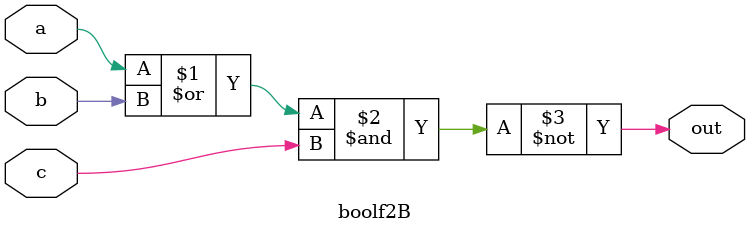
<source format=v>
`timescale 1ns / 1ps
module boolf1A(
    input a, b, c,
    output out
    );
    assign out = (~a|~b)&~c;
endmodule
module boolf1B(
    input a, b, c,
    output out
    );
    assign out = ~((a&b)|c);
endmodule

module boolf2A(
    input a, b, c,
    output out
    );
    assign out = (~a&~b)|~c;
endmodule
module boolf2B(
    input a, b, c,
    output out
    );
    assign out = ~((a|b)&c);
endmodule

</source>
